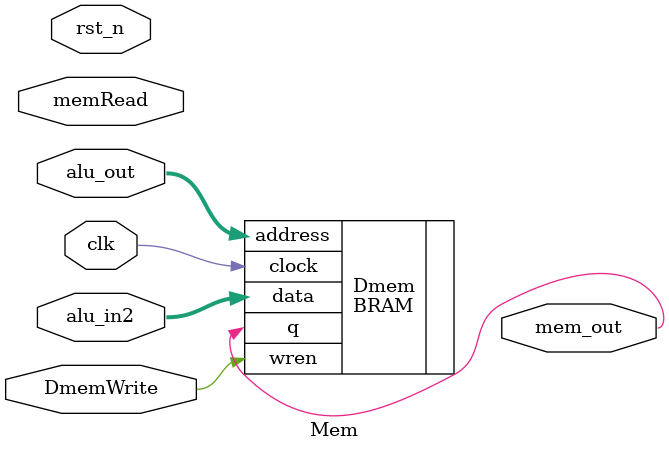
<source format=v>
module Mem(clk, rst_n, alu_out, alu_in2, memRead, DmemWrite, mem_out);

input clk, rst_n, memRead, DmemWrite;
input[15:0] alu_out, alu_in2;
output mem_out;



// BRAM IP
BRAM Dmem(.address(alu_out), .clock(clk), .data(alu_in2), .wren(DmemWrite), .q(mem_out));



endmodule

</source>
